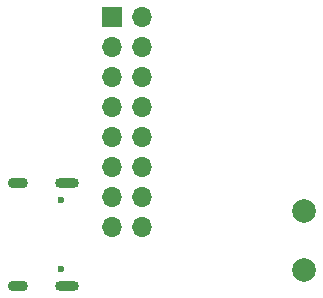
<source format=gbr>
%TF.GenerationSoftware,KiCad,Pcbnew,8.99.0-3218-gdd8f7901b1*%
%TF.CreationDate,2025-01-23T14:21:22-05:00*%
%TF.ProjectId,hack_matrix,6861636b-5f6d-4617-9472-69782e6b6963,rev?*%
%TF.SameCoordinates,Original*%
%TF.FileFunction,Soldermask,Bot*%
%TF.FilePolarity,Negative*%
%FSLAX46Y46*%
G04 Gerber Fmt 4.6, Leading zero omitted, Abs format (unit mm)*
G04 Created by KiCad (PCBNEW 8.99.0-3218-gdd8f7901b1) date 2025-01-23 14:21:22*
%MOMM*%
%LPD*%
G01*
G04 APERTURE LIST*
%ADD10C,0.600000*%
%ADD11O,2.000000X0.900000*%
%ADD12O,1.700000X0.900000*%
%ADD13C,2.000000*%
%ADD14R,1.700000X1.700000*%
%ADD15O,1.700000X1.700000*%
G04 APERTURE END LIST*
D10*
%TO.C,J1*%
X172680000Y-84732570D03*
X172680000Y-90512570D03*
D11*
X173170000Y-83297570D03*
X173170000Y-91947570D03*
D12*
X169000000Y-83297570D03*
X169000000Y-91947570D03*
%TD*%
D13*
%TO.C,J2*%
X193216183Y-90602955D03*
X193216183Y-85602955D03*
%TD*%
D14*
%TO.C,U2*%
X176964810Y-69220000D03*
D15*
X179504810Y-69220000D03*
X176964810Y-71760000D03*
X179504810Y-71760000D03*
X176964810Y-74300000D03*
X179504810Y-74300000D03*
X176964810Y-76840000D03*
X179504810Y-76840000D03*
X176964810Y-79380000D03*
X179504810Y-79380000D03*
X176964810Y-81920000D03*
X179504810Y-81920000D03*
X176964810Y-84460000D03*
X179504810Y-84460000D03*
X176964810Y-87000000D03*
X179504810Y-87000000D03*
%TD*%
M02*

</source>
